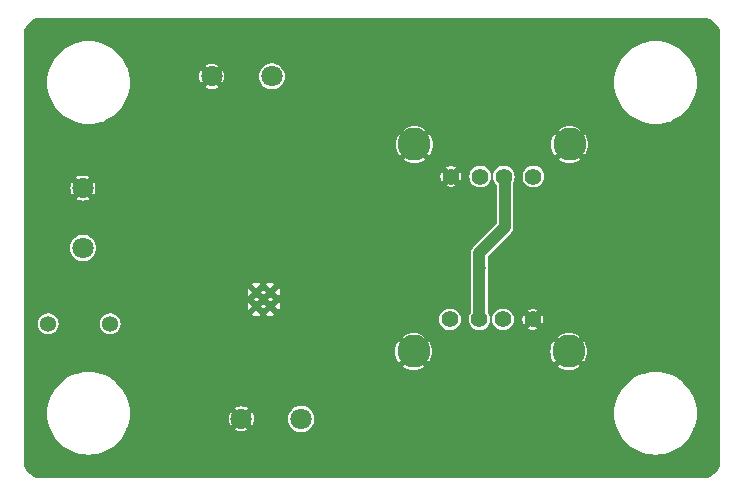
<source format=gbl>
G04 #@! TF.GenerationSoftware,KiCad,Pcbnew,8.0.6*
G04 #@! TF.CreationDate,2025-03-29T16:44:26-07:00*
G04 #@! TF.ProjectId,RCA Radio Telescope,52434120-5261-4646-996f-2054656c6573,2.2*
G04 #@! TF.SameCoordinates,Original*
G04 #@! TF.FileFunction,Copper,L2,Bot*
G04 #@! TF.FilePolarity,Positive*
%FSLAX46Y46*%
G04 Gerber Fmt 4.6, Leading zero omitted, Abs format (unit mm)*
G04 Created by KiCad (PCBNEW 8.0.6) date 2025-03-29 16:44:26*
%MOMM*%
%LPD*%
G01*
G04 APERTURE LIST*
G04 #@! TA.AperFunction,ComponentPad*
%ADD10C,1.422400*%
G04 #@! TD*
G04 #@! TA.AperFunction,ComponentPad*
%ADD11C,2.800000*%
G04 #@! TD*
G04 #@! TA.AperFunction,ComponentPad*
%ADD12C,1.360000*%
G04 #@! TD*
G04 #@! TA.AperFunction,ComponentPad*
%ADD13C,1.803400*%
G04 #@! TD*
G04 #@! TA.AperFunction,ComponentPad*
%ADD14C,0.600000*%
G04 #@! TD*
G04 #@! TA.AperFunction,SMDPad,CuDef*
%ADD15C,1.000000*%
G04 #@! TD*
G04 #@! TA.AperFunction,ViaPad*
%ADD16C,0.600000*%
G04 #@! TD*
G04 #@! TA.AperFunction,Conductor*
%ADD17C,1.000000*%
G04 #@! TD*
G04 APERTURE END LIST*
D10*
X57657501Y-27949400D03*
X55157501Y-27949400D03*
X53157500Y-27949400D03*
D11*
X60727500Y-25239400D03*
D10*
X50657500Y-27949400D03*
D11*
X47587501Y-25239400D03*
D12*
X16575000Y-40415000D03*
X21825000Y-40415000D03*
D13*
X19525000Y-34006600D03*
X19525000Y-28926600D03*
X38006600Y-48475001D03*
X32926600Y-48475001D03*
D10*
X50592500Y-40050600D03*
X53092500Y-40050600D03*
X55092501Y-40050600D03*
D11*
X47522501Y-42760600D03*
D10*
X57592501Y-40050600D03*
D11*
X60662500Y-42760600D03*
D14*
X34210001Y-38939998D03*
X34210001Y-37760001D03*
X35389998Y-37760001D03*
X35389998Y-38939998D03*
X34799999Y-38350000D03*
D13*
X35506600Y-19475001D03*
X30426600Y-19475001D03*
D15*
X53100000Y-35700000D03*
D16*
X72250000Y-37000000D03*
X45800000Y-29400000D03*
X54500000Y-42000000D03*
X34600000Y-42200000D03*
X53500000Y-21000000D03*
X39200000Y-28500000D03*
X64000000Y-28000000D03*
X38000000Y-41000000D03*
X31800000Y-44800000D03*
X41600000Y-20400000D03*
X52000000Y-41500000D03*
X17600000Y-32800000D03*
X45800000Y-27000000D03*
X51400000Y-17000000D03*
X26500000Y-25000000D03*
X36200000Y-40400000D03*
X34800000Y-31800000D03*
X40500000Y-34350000D03*
X39800000Y-44900000D03*
X15200000Y-39600000D03*
X23000000Y-25300000D03*
X41200000Y-42800000D03*
X42400000Y-42800000D03*
X34600000Y-21200000D03*
X73000000Y-37000000D03*
X17000000Y-34000000D03*
X45200000Y-24000000D03*
X35000000Y-45000000D03*
X34600000Y-29800000D03*
X50600000Y-37200000D03*
X17600000Y-36200000D03*
X56000000Y-41500000D03*
X40000000Y-50000000D03*
X44800000Y-46800000D03*
X27000000Y-51000000D03*
X50200000Y-32000000D03*
X26400000Y-32600000D03*
X36000000Y-26800000D03*
X26500000Y-28600000D03*
X36600000Y-28800000D03*
X55800000Y-17000000D03*
X43000000Y-48800000D03*
X25000000Y-44800000D03*
X23500000Y-43000000D03*
X21400000Y-36200000D03*
X45700000Y-43900000D03*
X30500000Y-40900000D03*
X52000000Y-43400000D03*
X33500000Y-22000000D03*
X47600000Y-39600000D03*
X46100000Y-41100000D03*
X20600000Y-38400000D03*
X24500000Y-35900000D03*
X29800000Y-30000000D03*
X36200000Y-48000000D03*
X70800000Y-28600000D03*
X34800000Y-33000000D03*
X41400000Y-46200000D03*
X43200000Y-29200000D03*
X51000000Y-31000000D03*
X52000000Y-26600000D03*
X36200000Y-17600000D03*
X57600000Y-41800000D03*
X33000000Y-51000000D03*
X39300000Y-27000000D03*
X56500000Y-28700000D03*
X28500000Y-27000000D03*
X16600000Y-38400000D03*
X59500000Y-31000000D03*
X54600000Y-26200000D03*
X45800000Y-28200000D03*
X57000000Y-33800000D03*
X38700000Y-44900000D03*
X57500000Y-51000000D03*
X33000000Y-41600000D03*
X43700000Y-42800000D03*
X38800000Y-22900000D03*
X44750000Y-51150000D03*
X38400000Y-42800000D03*
X57000000Y-38000000D03*
X44900000Y-34450000D03*
X40800000Y-19600000D03*
X45600000Y-45800000D03*
X37000000Y-41400000D03*
X22500000Y-29000000D03*
X38200000Y-35000000D03*
X22000000Y-34000000D03*
X45000000Y-16800000D03*
X15200000Y-41400000D03*
X66500000Y-35250000D03*
X44000000Y-47800000D03*
X62500000Y-35000000D03*
X36800000Y-44600000D03*
X29500000Y-35300000D03*
X45600000Y-31800000D03*
X42000000Y-49800000D03*
X26000000Y-43000000D03*
X23000000Y-38000000D03*
X26500000Y-46700000D03*
X57000000Y-32000000D03*
X18600000Y-32000000D03*
X68800000Y-31200000D03*
X43500000Y-44400000D03*
X30500000Y-22000000D03*
X45600000Y-32600000D03*
X44000000Y-20000000D03*
X34200000Y-26600000D03*
X49500000Y-21000000D03*
X59400000Y-35300000D03*
X40000000Y-46800000D03*
X42200000Y-24000000D03*
X70000000Y-39800000D03*
X51800000Y-28600000D03*
X41500000Y-16800000D03*
X37400000Y-50200000D03*
X39000000Y-34287500D03*
X50200000Y-35200000D03*
X43200000Y-27200000D03*
X23200000Y-42200000D03*
X67500000Y-32000000D03*
X38600000Y-46600000D03*
X24700000Y-46400000D03*
X56000000Y-43400000D03*
X31600000Y-24800000D03*
X38800000Y-22100000D03*
X30500000Y-17000000D03*
X35600000Y-30600000D03*
X59500000Y-37000000D03*
X56400000Y-26600000D03*
X18000000Y-41600000D03*
X31000000Y-42000000D03*
X48000000Y-44750000D03*
X20400000Y-32000000D03*
X30800000Y-26800000D03*
X57000000Y-30000000D03*
X19800000Y-39400000D03*
X51800000Y-35200000D03*
X62300000Y-30700000D03*
X28600000Y-28400000D03*
X38600000Y-50200000D03*
X32000000Y-26200000D03*
X57500000Y-46000000D03*
X32000000Y-31000000D03*
X29200000Y-47200000D03*
X26400000Y-30600000D03*
X36200000Y-49200000D03*
X34800000Y-34600000D03*
X26500000Y-22000000D03*
X19800000Y-41800000D03*
X37000000Y-18400000D03*
X53500000Y-26200000D03*
X21400000Y-32800000D03*
X32200000Y-33800000D03*
X30800000Y-45000000D03*
X21000000Y-37400000D03*
X35100000Y-26800000D03*
X26100000Y-47200000D03*
X38900000Y-29600000D03*
X42200000Y-21400000D03*
X43200000Y-30200000D03*
X34800000Y-36100000D03*
X72500000Y-42000000D03*
X67500000Y-31300000D03*
X26500000Y-17000000D03*
X34500000Y-17600000D03*
X35200000Y-24200000D03*
X65000000Y-39800000D03*
X33200000Y-42800000D03*
X27600000Y-43000000D03*
X38700000Y-21100000D03*
X66500000Y-36250000D03*
X58500000Y-38000000D03*
X49000000Y-39600000D03*
X33000000Y-29600000D03*
X37400000Y-46600000D03*
X36400000Y-24200000D03*
X62500000Y-23000000D03*
X62500000Y-51000000D03*
X42200000Y-22500000D03*
X70500000Y-37000000D03*
X66500000Y-42200000D03*
X67500000Y-37000000D03*
X17600000Y-35200000D03*
X25000000Y-44000000D03*
X37600000Y-24200000D03*
X51000000Y-30000000D03*
X65500000Y-33250000D03*
X51600000Y-38200000D03*
X62500000Y-46000000D03*
X43200000Y-28200000D03*
X38200000Y-35900000D03*
X32500000Y-36500000D03*
X16500000Y-29000000D03*
X47400000Y-51100000D03*
X57400000Y-21000000D03*
X69500000Y-37000000D03*
X30800000Y-46100000D03*
X43200000Y-24000000D03*
X21400000Y-35200000D03*
X53500000Y-42000000D03*
X51800000Y-32000000D03*
X38100000Y-30500000D03*
X40000000Y-18800000D03*
X44200000Y-26800000D03*
X37400000Y-20700000D03*
X34200000Y-27800000D03*
X44200000Y-22800000D03*
X16600000Y-42400000D03*
X65500000Y-34250000D03*
X50500000Y-46000000D03*
X36400000Y-21200000D03*
X57000000Y-36000000D03*
X31600000Y-29400000D03*
X17600000Y-37400000D03*
X45300000Y-25600000D03*
X28800000Y-46700000D03*
X33200000Y-43600000D03*
X21800000Y-42200000D03*
X20200000Y-40400000D03*
X33400000Y-19500000D03*
X50500000Y-51000000D03*
X72800000Y-30200000D03*
X30100000Y-43800000D03*
X33200000Y-26200000D03*
X29100000Y-43000000D03*
X62500000Y-37000000D03*
D17*
X55250000Y-32250000D02*
X55250000Y-28041899D01*
X53092500Y-35500000D02*
X53092500Y-40050600D01*
X53092500Y-35000000D02*
X53092500Y-35500000D01*
X53092500Y-35000000D02*
X53092500Y-34407500D01*
X55250000Y-28041899D02*
X55157501Y-27949400D01*
X53092500Y-34407500D02*
X55250000Y-32250000D01*
G04 #@! TA.AperFunction,Conductor*
G36*
X72002684Y-14500692D02*
G01*
X72208039Y-14515379D01*
X72218640Y-14516902D01*
X72417213Y-14560099D01*
X72427488Y-14563116D01*
X72564283Y-14614138D01*
X72617877Y-14634128D01*
X72627636Y-14638585D01*
X72805968Y-14735961D01*
X72814995Y-14741762D01*
X72977664Y-14863535D01*
X72985772Y-14870562D01*
X73129437Y-15014227D01*
X73136464Y-15022335D01*
X73258237Y-15185004D01*
X73264038Y-15194031D01*
X73361414Y-15372363D01*
X73365871Y-15382122D01*
X73436882Y-15572508D01*
X73439902Y-15582795D01*
X73483094Y-15781343D01*
X73484620Y-15791963D01*
X73499308Y-15997315D01*
X73499500Y-16002680D01*
X73499500Y-51997319D01*
X73499308Y-52002684D01*
X73484620Y-52208036D01*
X73483094Y-52218656D01*
X73439905Y-52417196D01*
X73436882Y-52427491D01*
X73365871Y-52617877D01*
X73361414Y-52627636D01*
X73264038Y-52805968D01*
X73258237Y-52814995D01*
X73136464Y-52977664D01*
X73129437Y-52985772D01*
X72985772Y-53129437D01*
X72977664Y-53136464D01*
X72814995Y-53258237D01*
X72805968Y-53264038D01*
X72627636Y-53361414D01*
X72617877Y-53365871D01*
X72427491Y-53436882D01*
X72417200Y-53439903D01*
X72218654Y-53483094D01*
X72208036Y-53484620D01*
X72002684Y-53499308D01*
X71997319Y-53499500D01*
X16002681Y-53499500D01*
X15997316Y-53499308D01*
X15791963Y-53484620D01*
X15781347Y-53483094D01*
X15582795Y-53439902D01*
X15572508Y-53436882D01*
X15382122Y-53365871D01*
X15372363Y-53361414D01*
X15194031Y-53264038D01*
X15185004Y-53258237D01*
X15022335Y-53136464D01*
X15014227Y-53129437D01*
X14870562Y-52985772D01*
X14863535Y-52977664D01*
X14741762Y-52814995D01*
X14735961Y-52805968D01*
X14638585Y-52627636D01*
X14634128Y-52617877D01*
X14563117Y-52427491D01*
X14560099Y-52417213D01*
X14516902Y-52218640D01*
X14515379Y-52208036D01*
X14500692Y-52002684D01*
X14500500Y-51997319D01*
X14500500Y-48000000D01*
X16494696Y-48000000D01*
X16513897Y-48366403D01*
X16571293Y-48728786D01*
X16571294Y-48728788D01*
X16571295Y-48728794D01*
X16659430Y-49057716D01*
X16666260Y-49083206D01*
X16797741Y-49425730D01*
X16797742Y-49425731D01*
X16964317Y-49752651D01*
X17164149Y-50060366D01*
X17164155Y-50060375D01*
X17395047Y-50345501D01*
X17395064Y-50345520D01*
X17654479Y-50604935D01*
X17654488Y-50604943D01*
X17654494Y-50604949D01*
X17654498Y-50604952D01*
X17939624Y-50835844D01*
X17939631Y-50835849D01*
X17939634Y-50835851D01*
X18247348Y-51035682D01*
X18574268Y-51202257D01*
X18574269Y-51202258D01*
X18916793Y-51333739D01*
X18916801Y-51333742D01*
X19271206Y-51428705D01*
X19633596Y-51486102D01*
X20000000Y-51505304D01*
X20366404Y-51486102D01*
X20728794Y-51428705D01*
X21083199Y-51333742D01*
X21189364Y-51292989D01*
X21425730Y-51202258D01*
X21425731Y-51202257D01*
X21425731Y-51202256D01*
X21425736Y-51202255D01*
X21752652Y-51035682D01*
X22060366Y-50835851D01*
X22345506Y-50604949D01*
X22604949Y-50345506D01*
X22835851Y-50060366D01*
X23035682Y-49752652D01*
X23202255Y-49425736D01*
X23202257Y-49425731D01*
X23202258Y-49425730D01*
X23292989Y-49189364D01*
X23333742Y-49083199D01*
X23428705Y-48728794D01*
X23468902Y-48475001D01*
X31867400Y-48475001D01*
X31887751Y-48681637D01*
X31948027Y-48880340D01*
X32024547Y-49023499D01*
X32327318Y-48720728D01*
X32352616Y-48781802D01*
X32423499Y-48887886D01*
X32513715Y-48978102D01*
X32619799Y-49048985D01*
X32680870Y-49074281D01*
X32378100Y-49377052D01*
X32521261Y-49453573D01*
X32719965Y-49513849D01*
X32719961Y-49513849D01*
X32926600Y-49534200D01*
X33133236Y-49513849D01*
X33331943Y-49453571D01*
X33475097Y-49377053D01*
X33475098Y-49377052D01*
X33172328Y-49074282D01*
X33233401Y-49048985D01*
X33339485Y-48978102D01*
X33429701Y-48887886D01*
X33500584Y-48781802D01*
X33525881Y-48720729D01*
X33828651Y-49023499D01*
X33828652Y-49023498D01*
X33905170Y-48880344D01*
X33965448Y-48681637D01*
X33985799Y-48475001D01*
X33985799Y-48474998D01*
X36899678Y-48474998D01*
X36899678Y-48475003D01*
X36918525Y-48678401D01*
X36974424Y-48874865D01*
X36974426Y-48874868D01*
X37065473Y-49057716D01*
X37188571Y-49220726D01*
X37188574Y-49220729D01*
X37339527Y-49358342D01*
X37339529Y-49358343D01*
X37339530Y-49358344D01*
X37369746Y-49377053D01*
X37513198Y-49465875D01*
X37513200Y-49465875D01*
X37513202Y-49465877D01*
X37703676Y-49539667D01*
X37904466Y-49577201D01*
X37904471Y-49577201D01*
X38108729Y-49577201D01*
X38108734Y-49577201D01*
X38309524Y-49539667D01*
X38499998Y-49465877D01*
X38673670Y-49358344D01*
X38824625Y-49220730D01*
X38947724Y-49057720D01*
X39038774Y-48874867D01*
X39051952Y-48828554D01*
X39094674Y-48678401D01*
X39094674Y-48678400D01*
X39094675Y-48678397D01*
X39113522Y-48475001D01*
X39094675Y-48271605D01*
X39093753Y-48268364D01*
X39038775Y-48075136D01*
X39038773Y-48075133D01*
X39001361Y-48000000D01*
X64494696Y-48000000D01*
X64513897Y-48366403D01*
X64571293Y-48728786D01*
X64571294Y-48728788D01*
X64571295Y-48728794D01*
X64659430Y-49057716D01*
X64666260Y-49083206D01*
X64797741Y-49425730D01*
X64797742Y-49425731D01*
X64964317Y-49752651D01*
X65164149Y-50060366D01*
X65164155Y-50060375D01*
X65395047Y-50345501D01*
X65395064Y-50345520D01*
X65654479Y-50604935D01*
X65654488Y-50604943D01*
X65654494Y-50604949D01*
X65654498Y-50604952D01*
X65939624Y-50835844D01*
X65939631Y-50835849D01*
X65939634Y-50835851D01*
X66247348Y-51035682D01*
X66574268Y-51202257D01*
X66574269Y-51202258D01*
X66916793Y-51333739D01*
X66916801Y-51333742D01*
X67271206Y-51428705D01*
X67633596Y-51486102D01*
X68000000Y-51505304D01*
X68366404Y-51486102D01*
X68728794Y-51428705D01*
X69083199Y-51333742D01*
X69189364Y-51292989D01*
X69425730Y-51202258D01*
X69425731Y-51202257D01*
X69425731Y-51202256D01*
X69425736Y-51202255D01*
X69752652Y-51035682D01*
X70060366Y-50835851D01*
X70345506Y-50604949D01*
X70604949Y-50345506D01*
X70835851Y-50060366D01*
X71035682Y-49752652D01*
X71202255Y-49425736D01*
X71202257Y-49425731D01*
X71202258Y-49425730D01*
X71292989Y-49189364D01*
X71333742Y-49083199D01*
X71428705Y-48728794D01*
X71486102Y-48366404D01*
X71505304Y-48000000D01*
X71486102Y-47633596D01*
X71428705Y-47271206D01*
X71333742Y-46916801D01*
X71333739Y-46916793D01*
X71202258Y-46574269D01*
X71202257Y-46574268D01*
X71035682Y-46247348D01*
X70835850Y-45939633D01*
X70835844Y-45939624D01*
X70604952Y-45654498D01*
X70604949Y-45654494D01*
X70604943Y-45654488D01*
X70604935Y-45654479D01*
X70345520Y-45395064D01*
X70345510Y-45395055D01*
X70345506Y-45395051D01*
X70335067Y-45386598D01*
X70060375Y-45164155D01*
X70060366Y-45164149D01*
X69752651Y-44964317D01*
X69425731Y-44797742D01*
X69425730Y-44797741D01*
X69083206Y-44666260D01*
X69083199Y-44666258D01*
X68728794Y-44571295D01*
X68728788Y-44571294D01*
X68728786Y-44571293D01*
X68366403Y-44513897D01*
X68000000Y-44494696D01*
X67633596Y-44513897D01*
X67271213Y-44571293D01*
X67271211Y-44571294D01*
X67271209Y-44571294D01*
X67271206Y-44571295D01*
X67022089Y-44638045D01*
X66916793Y-44666260D01*
X66574269Y-44797741D01*
X66574268Y-44797742D01*
X66247348Y-44964317D01*
X65939633Y-45164149D01*
X65939624Y-45164155D01*
X65654498Y-45395047D01*
X65654479Y-45395064D01*
X65395064Y-45654479D01*
X65395047Y-45654498D01*
X65164155Y-45939624D01*
X65164149Y-45939633D01*
X64964317Y-46247348D01*
X64797742Y-46574268D01*
X64797741Y-46574269D01*
X64666260Y-46916793D01*
X64571294Y-47271211D01*
X64571293Y-47271213D01*
X64513897Y-47633596D01*
X64494696Y-48000000D01*
X39001361Y-48000000D01*
X38947726Y-47892285D01*
X38824628Y-47729275D01*
X38824625Y-47729272D01*
X38673672Y-47591659D01*
X38500001Y-47484126D01*
X38309525Y-47410335D01*
X38276059Y-47404079D01*
X38108734Y-47372801D01*
X37904466Y-47372801D01*
X37770606Y-47397823D01*
X37703674Y-47410335D01*
X37513199Y-47484126D01*
X37513198Y-47484126D01*
X37339527Y-47591659D01*
X37188574Y-47729272D01*
X37188571Y-47729275D01*
X37065473Y-47892285D01*
X36974426Y-48075133D01*
X36974424Y-48075136D01*
X36918525Y-48271600D01*
X36899678Y-48474998D01*
X33985799Y-48474998D01*
X33965448Y-48268364D01*
X33905172Y-48069662D01*
X33828651Y-47926501D01*
X33525880Y-48229271D01*
X33500584Y-48168200D01*
X33429701Y-48062116D01*
X33339485Y-47971900D01*
X33233401Y-47901017D01*
X33172327Y-47875719D01*
X33475098Y-47572948D01*
X33331939Y-47496428D01*
X33133234Y-47436152D01*
X33133238Y-47436152D01*
X32926600Y-47415801D01*
X32719963Y-47436152D01*
X32521260Y-47496428D01*
X32378100Y-47572948D01*
X32680871Y-47875719D01*
X32619799Y-47901017D01*
X32513715Y-47971900D01*
X32423499Y-48062116D01*
X32352616Y-48168200D01*
X32327318Y-48229272D01*
X32024547Y-47926501D01*
X31948027Y-48069661D01*
X31887751Y-48268364D01*
X31867400Y-48475001D01*
X23468902Y-48475001D01*
X23486102Y-48366404D01*
X23505304Y-48000000D01*
X23486102Y-47633596D01*
X23428705Y-47271206D01*
X23333742Y-46916801D01*
X23333739Y-46916793D01*
X23202258Y-46574269D01*
X23202257Y-46574268D01*
X23035682Y-46247348D01*
X22835850Y-45939633D01*
X22835844Y-45939624D01*
X22604952Y-45654498D01*
X22604949Y-45654494D01*
X22604943Y-45654488D01*
X22604935Y-45654479D01*
X22345520Y-45395064D01*
X22345510Y-45395055D01*
X22345506Y-45395051D01*
X22335067Y-45386598D01*
X22060375Y-45164155D01*
X22060366Y-45164149D01*
X21752651Y-44964317D01*
X21425731Y-44797742D01*
X21425730Y-44797741D01*
X21083206Y-44666260D01*
X21083199Y-44666258D01*
X20728794Y-44571295D01*
X20728788Y-44571294D01*
X20728786Y-44571293D01*
X20366403Y-44513897D01*
X20000000Y-44494696D01*
X19633596Y-44513897D01*
X19271213Y-44571293D01*
X19271211Y-44571294D01*
X19271209Y-44571294D01*
X19271206Y-44571295D01*
X19022089Y-44638045D01*
X18916793Y-44666260D01*
X18574269Y-44797741D01*
X18574268Y-44797742D01*
X18247348Y-44964317D01*
X17939633Y-45164149D01*
X17939624Y-45164155D01*
X17654498Y-45395047D01*
X17654479Y-45395064D01*
X17395064Y-45654479D01*
X17395047Y-45654498D01*
X17164155Y-45939624D01*
X17164149Y-45939633D01*
X16964317Y-46247348D01*
X16797742Y-46574268D01*
X16797741Y-46574269D01*
X16666260Y-46916793D01*
X16571294Y-47271211D01*
X16571293Y-47271213D01*
X16513897Y-47633596D01*
X16494696Y-48000000D01*
X14500500Y-48000000D01*
X14500500Y-42760597D01*
X45965301Y-42760597D01*
X45965301Y-42760602D01*
X45984472Y-43004197D01*
X45984474Y-43004207D01*
X46041514Y-43241792D01*
X46041517Y-43241803D01*
X46135026Y-43467553D01*
X46259260Y-43670286D01*
X46546332Y-43383214D01*
X46640982Y-43513488D01*
X46769613Y-43642119D01*
X46899884Y-43736767D01*
X46612813Y-44023839D01*
X46815549Y-44148075D01*
X47041297Y-44241583D01*
X47041308Y-44241586D01*
X47278893Y-44298626D01*
X47278903Y-44298628D01*
X47522498Y-44317800D01*
X47522504Y-44317800D01*
X47766098Y-44298628D01*
X47766108Y-44298626D01*
X48003693Y-44241586D01*
X48003704Y-44241583D01*
X48229454Y-44148075D01*
X48229461Y-44148071D01*
X48432186Y-44023840D01*
X48432187Y-44023839D01*
X48145116Y-43736768D01*
X48275389Y-43642119D01*
X48404020Y-43513488D01*
X48498669Y-43383215D01*
X48785740Y-43670286D01*
X48785741Y-43670285D01*
X48909972Y-43467560D01*
X48909976Y-43467553D01*
X49003484Y-43241803D01*
X49003487Y-43241792D01*
X49060527Y-43004207D01*
X49060529Y-43004197D01*
X49079701Y-42760602D01*
X49079701Y-42760597D01*
X59105300Y-42760597D01*
X59105300Y-42760602D01*
X59124471Y-43004197D01*
X59124473Y-43004207D01*
X59181513Y-43241792D01*
X59181516Y-43241803D01*
X59275025Y-43467553D01*
X59399259Y-43670286D01*
X59686331Y-43383214D01*
X59780981Y-43513488D01*
X59909612Y-43642119D01*
X60039883Y-43736767D01*
X59752812Y-44023839D01*
X59955548Y-44148075D01*
X60181296Y-44241583D01*
X60181307Y-44241586D01*
X60418892Y-44298626D01*
X60418902Y-44298628D01*
X60662497Y-44317800D01*
X60662503Y-44317800D01*
X60906097Y-44298628D01*
X60906107Y-44298626D01*
X61143692Y-44241586D01*
X61143703Y-44241583D01*
X61369453Y-44148075D01*
X61369460Y-44148071D01*
X61572185Y-44023840D01*
X61572186Y-44023839D01*
X61285115Y-43736768D01*
X61415388Y-43642119D01*
X61544019Y-43513488D01*
X61638668Y-43383215D01*
X61925739Y-43670286D01*
X61925740Y-43670285D01*
X62049971Y-43467560D01*
X62049975Y-43467553D01*
X62143483Y-43241803D01*
X62143486Y-43241792D01*
X62200526Y-43004207D01*
X62200528Y-43004197D01*
X62219700Y-42760602D01*
X62219700Y-42760597D01*
X62200528Y-42517002D01*
X62200526Y-42516992D01*
X62143486Y-42279407D01*
X62143483Y-42279396D01*
X62049975Y-42053648D01*
X61925739Y-41850912D01*
X61638667Y-42137983D01*
X61544019Y-42007712D01*
X61415388Y-41879081D01*
X61285114Y-41784431D01*
X61572186Y-41497359D01*
X61369453Y-41373125D01*
X61143703Y-41279616D01*
X61143692Y-41279613D01*
X60906107Y-41222573D01*
X60906097Y-41222571D01*
X60662503Y-41203400D01*
X60662497Y-41203400D01*
X60418902Y-41222571D01*
X60418892Y-41222573D01*
X60181307Y-41279613D01*
X60181296Y-41279616D01*
X59955546Y-41373125D01*
X59752812Y-41497359D01*
X60039884Y-41784431D01*
X59909612Y-41879081D01*
X59780981Y-42007712D01*
X59686331Y-42137984D01*
X59399259Y-41850912D01*
X59275025Y-42053646D01*
X59181516Y-42279396D01*
X59181513Y-42279407D01*
X59124473Y-42516992D01*
X59124471Y-42517002D01*
X59105300Y-42760597D01*
X49079701Y-42760597D01*
X49060529Y-42517002D01*
X49060527Y-42516992D01*
X49003487Y-42279407D01*
X49003484Y-42279396D01*
X48909976Y-42053648D01*
X48785740Y-41850912D01*
X48498668Y-42137983D01*
X48404020Y-42007712D01*
X48275389Y-41879081D01*
X48145115Y-41784431D01*
X48432187Y-41497359D01*
X48229454Y-41373125D01*
X48003704Y-41279616D01*
X48003693Y-41279613D01*
X47766108Y-41222573D01*
X47766098Y-41222571D01*
X47522504Y-41203400D01*
X47522498Y-41203400D01*
X47278903Y-41222571D01*
X47278893Y-41222573D01*
X47041308Y-41279613D01*
X47041297Y-41279616D01*
X46815547Y-41373125D01*
X46612813Y-41497359D01*
X46899885Y-41784431D01*
X46769613Y-41879081D01*
X46640982Y-42007712D01*
X46546332Y-42137984D01*
X46259260Y-41850912D01*
X46135026Y-42053646D01*
X46041517Y-42279396D01*
X46041514Y-42279407D01*
X45984474Y-42516992D01*
X45984472Y-42517002D01*
X45965301Y-42760597D01*
X14500500Y-42760597D01*
X14500500Y-40414999D01*
X15689650Y-40414999D01*
X15694088Y-40457224D01*
X15694500Y-40465085D01*
X15694500Y-40501724D01*
X15702870Y-40543804D01*
X15703903Y-40550613D01*
X15708997Y-40599075D01*
X15720178Y-40633490D01*
X15722413Y-40642053D01*
X15728338Y-40671835D01*
X15747156Y-40717267D01*
X15749199Y-40722805D01*
X15766193Y-40775105D01*
X15781144Y-40801002D01*
X15785494Y-40809822D01*
X15794710Y-40832072D01*
X15825510Y-40878168D01*
X15828108Y-40882346D01*
X15858732Y-40935389D01*
X15858734Y-40935392D01*
X15858737Y-40935396D01*
X15874539Y-40952946D01*
X15874541Y-40952948D01*
X15881180Y-40961484D01*
X15891071Y-40976286D01*
X15891076Y-40976291D01*
X15934688Y-41019903D01*
X15937381Y-41022739D01*
X15982585Y-41072943D01*
X15996599Y-41083125D01*
X15996604Y-41083128D01*
X16005577Y-41090793D01*
X16013707Y-41098923D01*
X16013711Y-41098926D01*
X16013714Y-41098929D01*
X16038668Y-41115603D01*
X16070216Y-41136683D01*
X16072629Y-41138364D01*
X16132325Y-41181736D01*
X16142403Y-41186222D01*
X16153591Y-41192392D01*
X16157927Y-41195289D01*
X16226485Y-41223686D01*
X16228248Y-41224443D01*
X16301412Y-41257018D01*
X16306033Y-41258000D01*
X16314610Y-41260663D01*
X16314633Y-41260590D01*
X16318162Y-41261660D01*
X16318168Y-41261663D01*
X16397123Y-41277368D01*
X16397984Y-41277544D01*
X16482456Y-41295500D01*
X16482458Y-41295500D01*
X16667542Y-41295500D01*
X16667544Y-41295500D01*
X16752041Y-41277539D01*
X16752873Y-41277368D01*
X16831832Y-41261663D01*
X16831835Y-41261661D01*
X16835370Y-41260590D01*
X16835392Y-41260663D01*
X16843969Y-41258000D01*
X16846005Y-41257566D01*
X16848588Y-41257018D01*
X16921791Y-41224424D01*
X16923402Y-41223732D01*
X16992073Y-41195289D01*
X16996393Y-41192402D01*
X17007595Y-41186222D01*
X17017675Y-41181736D01*
X17077389Y-41138349D01*
X17079755Y-41136700D01*
X17136286Y-41098929D01*
X17144422Y-41090792D01*
X17153394Y-41083129D01*
X17167415Y-41072943D01*
X17212610Y-41022747D01*
X17215282Y-41019931D01*
X17258929Y-40976286D01*
X17268820Y-40961481D01*
X17275449Y-40952957D01*
X17291263Y-40935396D01*
X17321904Y-40882322D01*
X17324474Y-40878189D01*
X17355289Y-40832073D01*
X17364507Y-40809817D01*
X17368855Y-40801001D01*
X17383807Y-40775104D01*
X17400802Y-40722798D01*
X17402841Y-40717273D01*
X17421661Y-40671838D01*
X17421661Y-40671836D01*
X17421663Y-40671832D01*
X17427589Y-40642037D01*
X17429815Y-40633503D01*
X17441003Y-40599075D01*
X17446096Y-40550613D01*
X17447128Y-40543805D01*
X17447129Y-40543804D01*
X17455500Y-40501722D01*
X17455500Y-40465085D01*
X17455912Y-40457224D01*
X17460350Y-40414999D01*
X20939650Y-40414999D01*
X20944088Y-40457224D01*
X20944500Y-40465085D01*
X20944500Y-40501724D01*
X20952870Y-40543804D01*
X20953903Y-40550613D01*
X20958997Y-40599075D01*
X20970178Y-40633490D01*
X20972413Y-40642053D01*
X20978338Y-40671835D01*
X20997156Y-40717267D01*
X20999199Y-40722805D01*
X21016193Y-40775105D01*
X21031144Y-40801002D01*
X21035494Y-40809822D01*
X21044710Y-40832072D01*
X21075510Y-40878168D01*
X21078108Y-40882346D01*
X21108732Y-40935389D01*
X21108734Y-40935392D01*
X21108737Y-40935396D01*
X21124539Y-40952946D01*
X21124541Y-40952948D01*
X21131180Y-40961484D01*
X21141071Y-40976286D01*
X21141076Y-40976291D01*
X21184688Y-41019903D01*
X21187381Y-41022739D01*
X21232585Y-41072943D01*
X21246599Y-41083125D01*
X21246604Y-41083128D01*
X21255577Y-41090793D01*
X21263707Y-41098923D01*
X21263711Y-41098926D01*
X21263714Y-41098929D01*
X21288668Y-41115603D01*
X21320216Y-41136683D01*
X21322629Y-41138364D01*
X21382325Y-41181736D01*
X21392403Y-41186222D01*
X21403591Y-41192392D01*
X21407927Y-41195289D01*
X21476485Y-41223686D01*
X21478248Y-41224443D01*
X21551412Y-41257018D01*
X21556033Y-41258000D01*
X21564610Y-41260663D01*
X21564633Y-41260590D01*
X21568162Y-41261660D01*
X21568168Y-41261663D01*
X21647123Y-41277368D01*
X21647984Y-41277544D01*
X21732456Y-41295500D01*
X21732458Y-41295500D01*
X21917542Y-41295500D01*
X21917544Y-41295500D01*
X22002041Y-41277539D01*
X22002873Y-41277368D01*
X22081832Y-41261663D01*
X22081835Y-41261661D01*
X22085370Y-41260590D01*
X22085392Y-41260663D01*
X22093969Y-41258000D01*
X22096005Y-41257566D01*
X22098588Y-41257018D01*
X22171791Y-41224424D01*
X22173402Y-41223732D01*
X22242073Y-41195289D01*
X22246393Y-41192402D01*
X22257595Y-41186222D01*
X22267675Y-41181736D01*
X22327389Y-41138349D01*
X22329755Y-41136700D01*
X22386286Y-41098929D01*
X22394422Y-41090792D01*
X22403394Y-41083129D01*
X22417415Y-41072943D01*
X22462610Y-41022747D01*
X22465282Y-41019931D01*
X22508929Y-40976286D01*
X22518820Y-40961481D01*
X22525449Y-40952957D01*
X22541263Y-40935396D01*
X22571904Y-40882322D01*
X22574474Y-40878189D01*
X22605289Y-40832073D01*
X22614507Y-40809817D01*
X22618855Y-40801001D01*
X22633807Y-40775104D01*
X22650802Y-40722798D01*
X22652841Y-40717273D01*
X22671661Y-40671838D01*
X22671661Y-40671836D01*
X22671663Y-40671832D01*
X22677589Y-40642037D01*
X22679815Y-40633503D01*
X22691003Y-40599075D01*
X22696096Y-40550613D01*
X22697128Y-40543805D01*
X22697129Y-40543804D01*
X22705500Y-40501722D01*
X22705500Y-40465085D01*
X22705912Y-40457224D01*
X22710350Y-40414999D01*
X22705912Y-40372774D01*
X22705500Y-40364914D01*
X22705500Y-40328277D01*
X22697128Y-40286192D01*
X22696095Y-40279380D01*
X22691003Y-40230929D01*
X22691003Y-40230928D01*
X22691003Y-40230925D01*
X22679818Y-40196504D01*
X22677585Y-40187943D01*
X22671663Y-40158169D01*
X22671663Y-40158168D01*
X22652839Y-40112723D01*
X22650801Y-40107200D01*
X22633807Y-40054896D01*
X22631327Y-40050600D01*
X49675778Y-40050600D01*
X49695810Y-40241193D01*
X49695810Y-40241195D01*
X49695811Y-40241197D01*
X49752754Y-40416451D01*
X49755034Y-40423466D01*
X49850855Y-40589436D01*
X49979094Y-40731858D01*
X49979095Y-40731859D01*
X50117028Y-40832073D01*
X50134139Y-40844505D01*
X50309217Y-40922454D01*
X50496676Y-40962300D01*
X50496678Y-40962300D01*
X50688322Y-40962300D01*
X50688324Y-40962300D01*
X50875783Y-40922454D01*
X51050861Y-40844505D01*
X51205907Y-40731857D01*
X51334144Y-40589436D01*
X51429967Y-40423464D01*
X51489189Y-40241197D01*
X51509222Y-40050600D01*
X52175778Y-40050600D01*
X52195810Y-40241193D01*
X52195810Y-40241195D01*
X52195811Y-40241197D01*
X52252754Y-40416451D01*
X52255034Y-40423466D01*
X52350855Y-40589436D01*
X52479094Y-40731858D01*
X52479095Y-40731859D01*
X52617028Y-40832073D01*
X52634139Y-40844505D01*
X52809217Y-40922454D01*
X52996676Y-40962300D01*
X52996678Y-40962300D01*
X53188322Y-40962300D01*
X53188324Y-40962300D01*
X53375783Y-40922454D01*
X53550861Y-40844505D01*
X53705907Y-40731857D01*
X53834144Y-40589436D01*
X53929967Y-40423464D01*
X53989189Y-40241197D01*
X54009222Y-40050600D01*
X54175779Y-40050600D01*
X54195811Y-40241193D01*
X54195811Y-40241195D01*
X54195812Y-40241197D01*
X54252755Y-40416451D01*
X54255035Y-40423466D01*
X54350856Y-40589436D01*
X54479095Y-40731858D01*
X54479096Y-40731859D01*
X54617029Y-40832073D01*
X54634140Y-40844505D01*
X54809218Y-40922454D01*
X54996677Y-40962300D01*
X54996679Y-40962300D01*
X55188323Y-40962300D01*
X55188325Y-40962300D01*
X55375784Y-40922454D01*
X55550862Y-40844505D01*
X55705908Y-40731857D01*
X55834145Y-40589436D01*
X55929968Y-40423464D01*
X55989190Y-40241197D01*
X56009223Y-40050600D01*
X56724144Y-40050600D01*
X56743119Y-40231138D01*
X56799217Y-40403793D01*
X56830890Y-40458654D01*
X57144483Y-40145061D01*
X57166459Y-40227073D01*
X57226650Y-40331327D01*
X57311774Y-40416451D01*
X57416028Y-40476642D01*
X57498036Y-40498616D01*
X57183032Y-40813620D01*
X57324162Y-40876456D01*
X57501735Y-40914200D01*
X57683267Y-40914200D01*
X57860843Y-40876455D01*
X58001967Y-40813621D01*
X58001968Y-40813620D01*
X57686965Y-40498616D01*
X57768974Y-40476642D01*
X57873228Y-40416451D01*
X57958352Y-40331327D01*
X58018543Y-40227073D01*
X58040517Y-40145063D01*
X58354108Y-40458654D01*
X58354110Y-40458654D01*
X58385783Y-40403795D01*
X58441882Y-40231138D01*
X58460857Y-40050600D01*
X58441882Y-39870061D01*
X58385783Y-39697404D01*
X58354110Y-39642544D01*
X58354108Y-39642544D01*
X58040517Y-39956135D01*
X58018543Y-39874127D01*
X57958352Y-39769873D01*
X57873228Y-39684749D01*
X57768974Y-39624558D01*
X57686964Y-39602583D01*
X58001968Y-39287578D01*
X57860839Y-39224743D01*
X57683267Y-39187000D01*
X57501735Y-39187000D01*
X57324162Y-39224743D01*
X57183032Y-39287578D01*
X57498037Y-39602583D01*
X57416028Y-39624558D01*
X57311774Y-39684749D01*
X57226650Y-39769873D01*
X57166459Y-39874127D01*
X57144484Y-39956136D01*
X56830891Y-39642544D01*
X56830890Y-39642544D01*
X56799217Y-39697407D01*
X56743119Y-39870061D01*
X56724144Y-40050600D01*
X56009223Y-40050600D01*
X55989190Y-39860003D01*
X55929968Y-39677736D01*
X55869489Y-39572982D01*
X55834145Y-39511763D01*
X55705906Y-39369341D01*
X55705905Y-39369340D01*
X55550861Y-39256694D01*
X55375787Y-39178747D01*
X55375785Y-39178746D01*
X55375784Y-39178746D01*
X55188325Y-39138900D01*
X54996677Y-39138900D01*
X54809218Y-39178746D01*
X54809217Y-39178746D01*
X54809214Y-39178747D01*
X54634140Y-39256694D01*
X54479096Y-39369340D01*
X54479095Y-39369341D01*
X54350856Y-39511763D01*
X54255035Y-39677733D01*
X54255034Y-39677735D01*
X54255034Y-39677736D01*
X54248643Y-39697407D01*
X54195811Y-39860006D01*
X54175779Y-40050600D01*
X54009222Y-40050600D01*
X53989189Y-39860003D01*
X53929967Y-39677736D01*
X53869488Y-39572982D01*
X53834144Y-39511763D01*
X53812316Y-39487521D01*
X53793046Y-39439827D01*
X53793000Y-39437202D01*
X53793000Y-35808690D01*
X53793548Y-35799626D01*
X53793679Y-35798540D01*
X53805645Y-35700000D01*
X53793548Y-35600373D01*
X53793000Y-35591309D01*
X53793000Y-34728805D01*
X53810593Y-34680467D01*
X53815026Y-34675631D01*
X55794109Y-32696548D01*
X55794114Y-32696543D01*
X55870775Y-32581811D01*
X55923580Y-32454328D01*
X55950500Y-32318994D01*
X55950500Y-32181006D01*
X55950500Y-28419434D01*
X55960574Y-28381835D01*
X55994968Y-28322264D01*
X56054190Y-28139997D01*
X56074223Y-27949400D01*
X56740779Y-27949400D01*
X56760811Y-28139993D01*
X56760811Y-28139995D01*
X56760812Y-28139997D01*
X56817755Y-28315251D01*
X56820035Y-28322266D01*
X56915856Y-28488236D01*
X57044095Y-28630658D01*
X57044096Y-28630659D01*
X57191388Y-28737673D01*
X57199140Y-28743305D01*
X57374218Y-28821254D01*
X57561677Y-28861100D01*
X57561679Y-28861100D01*
X57753323Y-28861100D01*
X57753325Y-28861100D01*
X57940784Y-28821254D01*
X58115862Y-28743305D01*
X58270908Y-28630657D01*
X58399145Y-28488236D01*
X58494968Y-28322264D01*
X58554190Y-28139997D01*
X58574223Y-27949400D01*
X58554190Y-27758803D01*
X58494968Y-27576536D01*
X58446277Y-27492200D01*
X58399145Y-27410563D01*
X58270906Y-27268141D01*
X58270905Y-27268140D01*
X58115861Y-27155494D01*
X57940787Y-27077547D01*
X57940785Y-27077546D01*
X57940784Y-27077546D01*
X57753325Y-27037700D01*
X57561677Y-27037700D01*
X57374218Y-27077546D01*
X57374217Y-27077546D01*
X57374214Y-27077547D01*
X57199140Y-27155494D01*
X57044096Y-27268140D01*
X57044095Y-27268141D01*
X56915856Y-27410563D01*
X56820035Y-27576533D01*
X56820034Y-27576535D01*
X56820034Y-27576536D01*
X56813643Y-27596207D01*
X56760811Y-27758806D01*
X56740779Y-27949400D01*
X56074223Y-27949400D01*
X56054190Y-27758803D01*
X55994968Y-27576536D01*
X55946277Y-27492200D01*
X55899145Y-27410563D01*
X55770906Y-27268141D01*
X55770905Y-27268140D01*
X55615861Y-27155494D01*
X55440787Y-27077547D01*
X55440785Y-27077546D01*
X55440784Y-27077546D01*
X55253325Y-27037700D01*
X55061677Y-27037700D01*
X54874218Y-27077546D01*
X54874217Y-27077546D01*
X54874214Y-27077547D01*
X54699140Y-27155494D01*
X54544096Y-27268140D01*
X54544095Y-27268141D01*
X54415856Y-27410563D01*
X54320035Y-27576533D01*
X54320034Y-27576535D01*
X54320034Y-27576536D01*
X54313643Y-27596207D01*
X54260811Y-27758806D01*
X54240779Y-27949400D01*
X54260811Y-28139993D01*
X54260811Y-28139995D01*
X54260812Y-28139997D01*
X54317755Y-28315251D01*
X54320035Y-28322266D01*
X54415856Y-28488236D01*
X54530184Y-28615208D01*
X54549454Y-28662902D01*
X54549500Y-28665527D01*
X54549500Y-31928694D01*
X54531907Y-31977032D01*
X54527474Y-31981868D01*
X52548391Y-33960950D01*
X52548387Y-33960955D01*
X52517890Y-34006599D01*
X52517889Y-34006600D01*
X52471726Y-34075686D01*
X52418921Y-34203168D01*
X52418920Y-34203170D01*
X52392000Y-34338505D01*
X52392000Y-39437202D01*
X52374407Y-39485540D01*
X52372684Y-39487521D01*
X52350855Y-39511763D01*
X52255034Y-39677733D01*
X52255033Y-39677735D01*
X52255033Y-39677736D01*
X52248642Y-39697407D01*
X52195810Y-39860006D01*
X52175778Y-40050600D01*
X51509222Y-40050600D01*
X51489189Y-39860003D01*
X51429967Y-39677736D01*
X51369488Y-39572982D01*
X51334144Y-39511763D01*
X51205905Y-39369341D01*
X51205904Y-39369340D01*
X51050860Y-39256694D01*
X50875786Y-39178747D01*
X50875784Y-39178746D01*
X50875783Y-39178746D01*
X50688324Y-39138900D01*
X50496676Y-39138900D01*
X50309217Y-39178746D01*
X50309216Y-39178746D01*
X50309213Y-39178747D01*
X50134139Y-39256694D01*
X49979095Y-39369340D01*
X49979094Y-39369341D01*
X49850855Y-39511763D01*
X49755034Y-39677733D01*
X49755033Y-39677735D01*
X49755033Y-39677736D01*
X49748642Y-39697407D01*
X49695810Y-39860006D01*
X49675778Y-40050600D01*
X22631327Y-40050600D01*
X22618852Y-40028993D01*
X22614506Y-40020179D01*
X22605289Y-39997927D01*
X22594187Y-39981312D01*
X22574484Y-39951823D01*
X22571886Y-39947644D01*
X22541269Y-39894613D01*
X22541264Y-39894606D01*
X22541263Y-39894604D01*
X22525455Y-39877047D01*
X22518814Y-39868508D01*
X22513131Y-39860003D01*
X22508929Y-39853714D01*
X22465290Y-39810075D01*
X22462599Y-39807239D01*
X22428954Y-39769873D01*
X22417415Y-39757057D01*
X22407702Y-39750000D01*
X33500000Y-39750000D01*
X36250000Y-39750000D01*
X36250000Y-37000000D01*
X33500000Y-37000000D01*
X33500000Y-39750000D01*
X22407702Y-39750000D01*
X22403390Y-39746867D01*
X22394422Y-39739207D01*
X22386286Y-39731071D01*
X22329783Y-39693316D01*
X22327377Y-39691640D01*
X22315579Y-39683068D01*
X22267675Y-39648264D01*
X22257588Y-39643773D01*
X22246404Y-39637605D01*
X22242073Y-39634711D01*
X22242071Y-39634710D01*
X22242068Y-39634708D01*
X22173508Y-39606309D01*
X22171701Y-39605533D01*
X22098588Y-39572981D01*
X22093960Y-39571998D01*
X22085395Y-39569338D01*
X22085373Y-39569411D01*
X22081834Y-39568338D01*
X22081832Y-39568337D01*
X22027523Y-39557533D01*
X22002913Y-39552638D01*
X22001951Y-39552440D01*
X21944013Y-39540126D01*
X21917544Y-39534500D01*
X21732456Y-39534500D01*
X21732454Y-39534500D01*
X21648060Y-39552437D01*
X21647100Y-39552635D01*
X21611890Y-39559639D01*
X21568168Y-39568337D01*
X21568165Y-39568338D01*
X21568161Y-39568339D01*
X21564630Y-39569410D01*
X21564608Y-39569338D01*
X21556045Y-39571997D01*
X21551412Y-39572982D01*
X21478297Y-39605533D01*
X21476491Y-39606309D01*
X21407935Y-39634707D01*
X21407924Y-39634712D01*
X21403594Y-39637606D01*
X21392411Y-39643773D01*
X21382326Y-39648263D01*
X21382324Y-39648265D01*
X21322632Y-39691632D01*
X21320212Y-39693319D01*
X21263712Y-39731072D01*
X21263704Y-39731079D01*
X21255571Y-39739211D01*
X21246607Y-39746867D01*
X21232593Y-39757049D01*
X21232585Y-39757057D01*
X21187407Y-39807230D01*
X21184700Y-39810083D01*
X21141072Y-39853712D01*
X21141067Y-39853718D01*
X21131181Y-39868513D01*
X21124544Y-39877047D01*
X21108735Y-39894605D01*
X21078103Y-39947660D01*
X21075507Y-39951835D01*
X21044710Y-39997927D01*
X21044708Y-39997931D01*
X21035489Y-40020185D01*
X21031143Y-40028999D01*
X21016194Y-40054893D01*
X20999196Y-40107203D01*
X20997153Y-40112739D01*
X20978338Y-40158164D01*
X20972413Y-40187947D01*
X20970178Y-40196509D01*
X20958998Y-40230920D01*
X20958996Y-40230928D01*
X20953903Y-40279387D01*
X20952870Y-40286196D01*
X20944500Y-40328275D01*
X20944500Y-40364914D01*
X20944088Y-40372774D01*
X20939650Y-40414999D01*
X17460350Y-40414999D01*
X17455912Y-40372774D01*
X17455500Y-40364914D01*
X17455500Y-40328277D01*
X17447128Y-40286192D01*
X17446095Y-40279380D01*
X17441003Y-40230929D01*
X17441003Y-40230928D01*
X17441003Y-40230925D01*
X17429818Y-40196504D01*
X17427585Y-40187943D01*
X17421663Y-40158169D01*
X17421663Y-40158168D01*
X17402839Y-40112723D01*
X17400801Y-40107200D01*
X17383807Y-40054896D01*
X17368852Y-40028993D01*
X17364506Y-40020179D01*
X17355289Y-39997927D01*
X17344187Y-39981312D01*
X17324484Y-39951823D01*
X17321886Y-39947644D01*
X17291269Y-39894613D01*
X17291264Y-39894606D01*
X17291263Y-39894604D01*
X17275455Y-39877047D01*
X17268814Y-39868508D01*
X17263131Y-39860003D01*
X17258929Y-39853714D01*
X17215290Y-39810075D01*
X17212599Y-39807239D01*
X17178954Y-39769873D01*
X17167415Y-39757057D01*
X17153390Y-39746867D01*
X17144422Y-39739207D01*
X17136286Y-39731071D01*
X17079783Y-39693316D01*
X17077377Y-39691640D01*
X17065579Y-39683068D01*
X17017675Y-39648264D01*
X17007588Y-39643773D01*
X16996404Y-39637605D01*
X16992073Y-39634711D01*
X16992071Y-39634710D01*
X16992068Y-39634708D01*
X16923508Y-39606309D01*
X16921701Y-39605533D01*
X16848588Y-39572981D01*
X16843960Y-39571998D01*
X16835395Y-39569338D01*
X16835373Y-39569411D01*
X16831834Y-39568338D01*
X16831832Y-39568337D01*
X16777523Y-39557533D01*
X16752913Y-39552638D01*
X16751951Y-39552440D01*
X16694013Y-39540126D01*
X16667544Y-39534500D01*
X16482456Y-39534500D01*
X16482454Y-39534500D01*
X16398060Y-39552437D01*
X16397100Y-39552635D01*
X16361890Y-39559639D01*
X16318168Y-39568337D01*
X16318165Y-39568338D01*
X16318161Y-39568339D01*
X16314630Y-39569410D01*
X16314608Y-39569338D01*
X16306045Y-39571997D01*
X16301412Y-39572982D01*
X16228297Y-39605533D01*
X16226491Y-39606309D01*
X16157935Y-39634707D01*
X16157924Y-39634712D01*
X16153594Y-39637606D01*
X16142411Y-39643773D01*
X16132326Y-39648263D01*
X16132324Y-39648265D01*
X16072632Y-39691632D01*
X16070212Y-39693319D01*
X16013712Y-39731072D01*
X16013704Y-39731079D01*
X16005571Y-39739211D01*
X15996607Y-39746867D01*
X15982593Y-39757049D01*
X15982585Y-39757057D01*
X15937407Y-39807230D01*
X15934700Y-39810083D01*
X15891072Y-39853712D01*
X15891067Y-39853718D01*
X15881181Y-39868513D01*
X15874544Y-39877047D01*
X15858735Y-39894605D01*
X15828103Y-39947660D01*
X15825507Y-39951835D01*
X15794710Y-39997927D01*
X15794708Y-39997931D01*
X15785489Y-40020185D01*
X15781143Y-40028999D01*
X15766194Y-40054893D01*
X15749196Y-40107203D01*
X15747153Y-40112739D01*
X15728338Y-40158164D01*
X15722413Y-40187947D01*
X15720178Y-40196509D01*
X15708998Y-40230920D01*
X15708996Y-40230928D01*
X15703903Y-40279387D01*
X15702870Y-40286196D01*
X15694500Y-40328275D01*
X15694500Y-40364914D01*
X15694088Y-40372774D01*
X15689650Y-40414999D01*
X14500500Y-40414999D01*
X14500500Y-34006597D01*
X18418078Y-34006597D01*
X18418078Y-34006599D01*
X18436925Y-34210000D01*
X18492824Y-34406464D01*
X18492826Y-34406467D01*
X18583873Y-34589315D01*
X18706971Y-34752325D01*
X18706974Y-34752328D01*
X18857927Y-34889941D01*
X19031598Y-34997474D01*
X19031600Y-34997474D01*
X19031602Y-34997476D01*
X19222076Y-35071266D01*
X19422866Y-35108800D01*
X19422871Y-35108800D01*
X19627129Y-35108800D01*
X19627134Y-35108800D01*
X19827924Y-35071266D01*
X20018398Y-34997476D01*
X20192070Y-34889943D01*
X20343025Y-34752329D01*
X20466124Y-34589319D01*
X20557174Y-34406466D01*
X20613075Y-34209996D01*
X20631922Y-34006600D01*
X20627692Y-33960955D01*
X20625490Y-33937193D01*
X20613075Y-33803204D01*
X20613074Y-33803199D01*
X20557175Y-33606735D01*
X20557173Y-33606732D01*
X20466126Y-33423884D01*
X20343028Y-33260874D01*
X20343025Y-33260871D01*
X20192072Y-33123258D01*
X20018401Y-33015725D01*
X19827925Y-32941934D01*
X19794459Y-32935678D01*
X19627134Y-32904400D01*
X19422866Y-32904400D01*
X19289006Y-32929422D01*
X19222074Y-32941934D01*
X19031599Y-33015725D01*
X19031598Y-33015725D01*
X18857927Y-33123258D01*
X18706974Y-33260871D01*
X18706971Y-33260874D01*
X18583873Y-33423884D01*
X18492826Y-33606732D01*
X18492824Y-33606735D01*
X18436925Y-33803199D01*
X18418078Y-34006597D01*
X14500500Y-34006597D01*
X14500500Y-28926600D01*
X18465800Y-28926600D01*
X18486151Y-29133236D01*
X18546427Y-29331939D01*
X18622947Y-29475098D01*
X18925718Y-29172327D01*
X18951016Y-29233401D01*
X19021899Y-29339485D01*
X19112115Y-29429701D01*
X19218199Y-29500584D01*
X19279270Y-29525880D01*
X18976500Y-29828651D01*
X19119661Y-29905172D01*
X19318365Y-29965448D01*
X19318361Y-29965448D01*
X19525000Y-29985799D01*
X19731636Y-29965448D01*
X19930343Y-29905170D01*
X20073497Y-29828652D01*
X20073498Y-29828651D01*
X19770728Y-29525881D01*
X19831801Y-29500584D01*
X19937885Y-29429701D01*
X20028101Y-29339485D01*
X20098984Y-29233401D01*
X20124281Y-29172328D01*
X20427051Y-29475098D01*
X20427052Y-29475097D01*
X20503570Y-29331943D01*
X20563848Y-29133236D01*
X20584199Y-28926600D01*
X20563848Y-28719963D01*
X20503572Y-28521261D01*
X20427051Y-28378100D01*
X20124280Y-28680870D01*
X20098984Y-28619799D01*
X20028101Y-28513715D01*
X19937885Y-28423499D01*
X19831801Y-28352616D01*
X19770727Y-28327318D01*
X20073498Y-28024547D01*
X19932908Y-27949400D01*
X49789143Y-27949400D01*
X49808118Y-28129938D01*
X49864216Y-28302593D01*
X49895889Y-28357454D01*
X50209482Y-28043861D01*
X50231458Y-28125873D01*
X50291649Y-28230127D01*
X50376773Y-28315251D01*
X50481027Y-28375442D01*
X50563035Y-28397416D01*
X50248031Y-28712420D01*
X50389161Y-28775256D01*
X50566734Y-28813000D01*
X50748266Y-28813000D01*
X50925842Y-28775255D01*
X51066966Y-28712421D01*
X51066967Y-28712420D01*
X50751964Y-28397416D01*
X50833973Y-28375442D01*
X50938227Y-28315251D01*
X51023351Y-28230127D01*
X51083542Y-28125873D01*
X51105516Y-28043863D01*
X51419107Y-28357454D01*
X51419109Y-28357454D01*
X51450782Y-28302595D01*
X51506881Y-28129938D01*
X51525856Y-27949400D01*
X52240778Y-27949400D01*
X52260810Y-28139993D01*
X52260810Y-28139995D01*
X52260811Y-28139997D01*
X52317754Y-28315251D01*
X52320034Y-28322266D01*
X52415855Y-28488236D01*
X52544094Y-28630658D01*
X52544095Y-28630659D01*
X52691387Y-28737673D01*
X52699139Y-28743305D01*
X52874217Y-28821254D01*
X53061676Y-28861100D01*
X53061678Y-28861100D01*
X53253322Y-28861100D01*
X53253324Y-28861100D01*
X53440783Y-28821254D01*
X53615861Y-28743305D01*
X53770907Y-28630657D01*
X53899144Y-28488236D01*
X53994967Y-28322264D01*
X54054189Y-28139997D01*
X54074222Y-27949400D01*
X54054189Y-27758803D01*
X53994967Y-27576536D01*
X53946276Y-27492200D01*
X53899144Y-27410563D01*
X53770905Y-27268141D01*
X53770904Y-27268140D01*
X53615860Y-27155494D01*
X53440786Y-27077547D01*
X53440784Y-27077546D01*
X53440783Y-27077546D01*
X53253324Y-27037700D01*
X53061676Y-27037700D01*
X52874217Y-27077546D01*
X52874216Y-27077546D01*
X52874213Y-27077547D01*
X52699139Y-27155494D01*
X52544095Y-27268140D01*
X52544094Y-27268141D01*
X52415855Y-27410563D01*
X52320034Y-27576533D01*
X52320033Y-27576535D01*
X52320033Y-27576536D01*
X52313642Y-27596207D01*
X52260810Y-27758806D01*
X52240778Y-27949400D01*
X51525856Y-27949400D01*
X51506881Y-27768861D01*
X51450782Y-27596204D01*
X51419109Y-27541344D01*
X51419107Y-27541344D01*
X51105516Y-27854935D01*
X51083542Y-27772927D01*
X51023351Y-27668673D01*
X50938227Y-27583549D01*
X50833973Y-27523358D01*
X50751963Y-27501383D01*
X51066967Y-27186378D01*
X50925838Y-27123543D01*
X50748266Y-27085800D01*
X50566734Y-27085800D01*
X50389161Y-27123543D01*
X50248031Y-27186378D01*
X50563036Y-27501383D01*
X50481027Y-27523358D01*
X50376773Y-27583549D01*
X50291649Y-27668673D01*
X50231458Y-27772927D01*
X50209483Y-27854936D01*
X49895890Y-27541344D01*
X49895889Y-27541344D01*
X49864216Y-27596207D01*
X49808118Y-27768861D01*
X49789143Y-27949400D01*
X19932908Y-27949400D01*
X19930339Y-27948027D01*
X19731634Y-27887751D01*
X19731638Y-27887751D01*
X19525000Y-27867400D01*
X19318363Y-27887751D01*
X19119660Y-27948027D01*
X18976500Y-28024547D01*
X19279271Y-28327318D01*
X19218199Y-28352616D01*
X19112115Y-28423499D01*
X19021899Y-28513715D01*
X18951016Y-28619799D01*
X18925718Y-28680871D01*
X18622947Y-28378100D01*
X18546427Y-28521260D01*
X18486151Y-28719963D01*
X18465800Y-28926600D01*
X14500500Y-28926600D01*
X14500500Y-25239397D01*
X46030301Y-25239397D01*
X46030301Y-25239402D01*
X46049472Y-25482997D01*
X46049474Y-25483007D01*
X46106514Y-25720592D01*
X46106517Y-25720603D01*
X46200026Y-25946353D01*
X46324260Y-26149086D01*
X46611332Y-25862014D01*
X46705982Y-25992288D01*
X46834613Y-26120919D01*
X46964884Y-26215567D01*
X46677813Y-26502639D01*
X46880549Y-26626875D01*
X47106297Y-26720383D01*
X47106308Y-26720386D01*
X47343893Y-26777426D01*
X47343903Y-26777428D01*
X47587498Y-26796600D01*
X47587504Y-26796600D01*
X47831098Y-26777428D01*
X47831108Y-26777426D01*
X48068693Y-26720386D01*
X48068704Y-26720383D01*
X48294454Y-26626875D01*
X48294461Y-26626871D01*
X48497186Y-26502640D01*
X48497187Y-26502639D01*
X48210116Y-26215568D01*
X48340389Y-26120919D01*
X48469020Y-25992288D01*
X48563669Y-25862015D01*
X48850740Y-26149086D01*
X48850741Y-26149085D01*
X48974972Y-25946360D01*
X48974976Y-25946353D01*
X49068484Y-25720603D01*
X49068487Y-25720592D01*
X49125527Y-25483007D01*
X49125529Y-25482997D01*
X49144701Y-25239402D01*
X49144701Y-25239397D01*
X59170300Y-25239397D01*
X59170300Y-25239402D01*
X59189471Y-25482997D01*
X59189473Y-25483007D01*
X59246513Y-25720592D01*
X59246516Y-25720603D01*
X59340025Y-25946353D01*
X59464259Y-26149086D01*
X59751331Y-25862014D01*
X59845981Y-25992288D01*
X59974612Y-26120919D01*
X60104883Y-26215567D01*
X59817812Y-26502639D01*
X60020548Y-26626875D01*
X60246296Y-26720383D01*
X60246307Y-26720386D01*
X60483892Y-26777426D01*
X60483902Y-26777428D01*
X60727497Y-26796600D01*
X60727503Y-26796600D01*
X60971097Y-26777428D01*
X60971107Y-26777426D01*
X61208692Y-26720386D01*
X61208703Y-26720383D01*
X61434453Y-26626875D01*
X61434460Y-26626871D01*
X61637185Y-26502640D01*
X61637186Y-26502639D01*
X61350115Y-26215568D01*
X61480388Y-26120919D01*
X61609019Y-25992288D01*
X61703668Y-25862015D01*
X61990739Y-26149086D01*
X61990740Y-26149085D01*
X62114971Y-25946360D01*
X62114975Y-25946353D01*
X62208483Y-25720603D01*
X62208486Y-25720592D01*
X62265526Y-25483007D01*
X62265528Y-25482997D01*
X62284700Y-25239402D01*
X62284700Y-25239397D01*
X62265528Y-24995802D01*
X62265526Y-24995792D01*
X62208486Y-24758207D01*
X62208483Y-24758196D01*
X62114975Y-24532448D01*
X61990739Y-24329712D01*
X61703667Y-24616783D01*
X61609019Y-24486512D01*
X61480388Y-24357881D01*
X61350114Y-24263231D01*
X61637186Y-23976159D01*
X61434453Y-23851925D01*
X61208703Y-23758416D01*
X61208692Y-23758413D01*
X60971107Y-23701373D01*
X60971097Y-23701371D01*
X60727503Y-23682200D01*
X60727497Y-23682200D01*
X60483902Y-23701371D01*
X60483892Y-23701373D01*
X60246307Y-23758413D01*
X60246296Y-23758416D01*
X60020546Y-23851925D01*
X59817812Y-23976159D01*
X60104884Y-24263231D01*
X59974612Y-24357881D01*
X59845981Y-24486512D01*
X59751331Y-24616784D01*
X59464259Y-24329712D01*
X59340025Y-24532446D01*
X59246516Y-24758196D01*
X59246513Y-24758207D01*
X59189473Y-24995792D01*
X59189471Y-24995802D01*
X59170300Y-25239397D01*
X49144701Y-25239397D01*
X49125529Y-24995802D01*
X49125527Y-24995792D01*
X49068487Y-24758207D01*
X49068484Y-24758196D01*
X48974976Y-24532448D01*
X48850740Y-24329712D01*
X48563668Y-24616783D01*
X48469020Y-24486512D01*
X48340389Y-24357881D01*
X48210115Y-24263231D01*
X48497187Y-23976159D01*
X48294454Y-23851925D01*
X48068704Y-23758416D01*
X48068693Y-23758413D01*
X47831108Y-23701373D01*
X47831098Y-23701371D01*
X47587504Y-23682200D01*
X47587498Y-23682200D01*
X47343903Y-23701371D01*
X47343893Y-23701373D01*
X47106308Y-23758413D01*
X47106297Y-23758416D01*
X46880547Y-23851925D01*
X46677813Y-23976159D01*
X46964885Y-24263231D01*
X46834613Y-24357881D01*
X46705982Y-24486512D01*
X46611332Y-24616784D01*
X46324260Y-24329712D01*
X46200026Y-24532446D01*
X46106517Y-24758196D01*
X46106514Y-24758207D01*
X46049474Y-24995792D01*
X46049472Y-24995802D01*
X46030301Y-25239397D01*
X14500500Y-25239397D01*
X14500500Y-20000000D01*
X16494696Y-20000000D01*
X16513897Y-20366403D01*
X16571293Y-20728786D01*
X16571294Y-20728788D01*
X16571295Y-20728794D01*
X16666258Y-21083199D01*
X16666260Y-21083206D01*
X16797741Y-21425730D01*
X16797742Y-21425731D01*
X16964317Y-21752651D01*
X17164149Y-22060366D01*
X17164155Y-22060375D01*
X17395047Y-22345501D01*
X17395064Y-22345520D01*
X17654479Y-22604935D01*
X17654488Y-22604943D01*
X17654494Y-22604949D01*
X17654498Y-22604952D01*
X17939624Y-22835844D01*
X17939631Y-22835849D01*
X17939634Y-22835851D01*
X18247348Y-23035682D01*
X18574268Y-23202257D01*
X18574269Y-23202258D01*
X18916793Y-23333739D01*
X18916801Y-23333742D01*
X19271206Y-23428705D01*
X19633596Y-23486102D01*
X20000000Y-23505304D01*
X20366404Y-23486102D01*
X20728794Y-23428705D01*
X21083199Y-23333742D01*
X21189364Y-23292989D01*
X21425730Y-23202258D01*
X21425731Y-23202257D01*
X21425731Y-23202256D01*
X21425736Y-23202255D01*
X21752652Y-23035682D01*
X22060366Y-22835851D01*
X22345506Y-22604949D01*
X22604949Y-22345506D01*
X22835851Y-22060366D01*
X23035682Y-21752652D01*
X23202255Y-21425736D01*
X23202257Y-21425731D01*
X23202258Y-21425730D01*
X23333739Y-21083206D01*
X23333742Y-21083199D01*
X23428705Y-20728794D01*
X23486102Y-20366404D01*
X23505304Y-20000000D01*
X23486102Y-19633596D01*
X23460983Y-19475001D01*
X29367400Y-19475001D01*
X29387751Y-19681637D01*
X29448027Y-19880340D01*
X29524547Y-20023499D01*
X29827318Y-19720728D01*
X29852616Y-19781802D01*
X29923499Y-19887886D01*
X30013715Y-19978102D01*
X30119799Y-20048985D01*
X30180870Y-20074281D01*
X29878100Y-20377052D01*
X30021261Y-20453573D01*
X30219965Y-20513849D01*
X30219961Y-20513849D01*
X30426600Y-20534200D01*
X30633236Y-20513849D01*
X30831943Y-20453571D01*
X30975097Y-20377053D01*
X30975098Y-20377052D01*
X30672328Y-20074282D01*
X30733401Y-20048985D01*
X30839485Y-19978102D01*
X30929701Y-19887886D01*
X31000584Y-19781802D01*
X31025881Y-19720729D01*
X31328651Y-20023499D01*
X31328652Y-20023498D01*
X31405170Y-19880344D01*
X31465448Y-19681637D01*
X31485799Y-19475001D01*
X31485799Y-19474998D01*
X34399678Y-19474998D01*
X34399678Y-19475003D01*
X34418525Y-19678401D01*
X34474424Y-19874865D01*
X34474426Y-19874868D01*
X34565473Y-20057716D01*
X34688571Y-20220726D01*
X34688574Y-20220729D01*
X34839527Y-20358342D01*
X34839529Y-20358343D01*
X34839530Y-20358344D01*
X34869746Y-20377053D01*
X35013198Y-20465875D01*
X35013200Y-20465875D01*
X35013202Y-20465877D01*
X35203676Y-20539667D01*
X35404466Y-20577201D01*
X35404471Y-20577201D01*
X35608729Y-20577201D01*
X35608734Y-20577201D01*
X35809524Y-20539667D01*
X35999998Y-20465877D01*
X36173670Y-20358344D01*
X36324625Y-20220730D01*
X36447724Y-20057720D01*
X36476465Y-20000000D01*
X64494696Y-20000000D01*
X64513897Y-20366403D01*
X64571293Y-20728786D01*
X64571294Y-20728788D01*
X64571295Y-20728794D01*
X64666258Y-21083199D01*
X64666260Y-21083206D01*
X64797741Y-21425730D01*
X64797742Y-21425731D01*
X64964317Y-21752651D01*
X65164149Y-22060366D01*
X65164155Y-22060375D01*
X65395047Y-22345501D01*
X65395064Y-22345520D01*
X65654479Y-22604935D01*
X65654488Y-22604943D01*
X65654494Y-22604949D01*
X65654498Y-22604952D01*
X65939624Y-22835844D01*
X65939631Y-22835849D01*
X65939634Y-22835851D01*
X66247348Y-23035682D01*
X66574268Y-23202257D01*
X66574269Y-23202258D01*
X66916793Y-23333739D01*
X66916801Y-23333742D01*
X67271206Y-23428705D01*
X67633596Y-23486102D01*
X68000000Y-23505304D01*
X68366404Y-23486102D01*
X68728794Y-23428705D01*
X69083199Y-23333742D01*
X69189364Y-23292989D01*
X69425730Y-23202258D01*
X69425731Y-23202257D01*
X69425731Y-23202256D01*
X69425736Y-23202255D01*
X69752652Y-23035682D01*
X70060366Y-22835851D01*
X70345506Y-22604949D01*
X70604949Y-22345506D01*
X70835851Y-22060366D01*
X71035682Y-21752652D01*
X71202255Y-21425736D01*
X71202257Y-21425731D01*
X71202258Y-21425730D01*
X71333739Y-21083206D01*
X71333742Y-21083199D01*
X71428705Y-20728794D01*
X71486102Y-20366404D01*
X71505304Y-20000000D01*
X71486102Y-19633596D01*
X71428705Y-19271206D01*
X71333742Y-18916801D01*
X71308941Y-18852192D01*
X71202258Y-18574269D01*
X71202257Y-18574268D01*
X71118728Y-18410335D01*
X71035682Y-18247348D01*
X70835851Y-17939634D01*
X70835849Y-17939631D01*
X70835844Y-17939624D01*
X70604952Y-17654498D01*
X70604949Y-17654494D01*
X70604943Y-17654488D01*
X70604935Y-17654479D01*
X70345520Y-17395064D01*
X70345510Y-17395055D01*
X70345506Y-17395051D01*
X70335067Y-17386598D01*
X70060375Y-17164155D01*
X70060366Y-17164149D01*
X69752651Y-16964317D01*
X69425731Y-16797742D01*
X69425730Y-16797741D01*
X69083206Y-16666260D01*
X69083199Y-16666258D01*
X68728794Y-16571295D01*
X68728788Y-16571294D01*
X68728786Y-16571293D01*
X68366403Y-16513897D01*
X68000000Y-16494696D01*
X67633596Y-16513897D01*
X67271213Y-16571293D01*
X67271211Y-16571294D01*
X67271209Y-16571294D01*
X67271206Y-16571295D01*
X67022089Y-16638045D01*
X66916793Y-16666260D01*
X66574269Y-16797741D01*
X66574268Y-16797742D01*
X66247348Y-16964317D01*
X65939633Y-17164149D01*
X65939624Y-17164155D01*
X65654498Y-17395047D01*
X65654479Y-17395064D01*
X65395064Y-17654479D01*
X65395047Y-17654498D01*
X65164155Y-17939624D01*
X65164149Y-17939633D01*
X64964317Y-18247348D01*
X64797742Y-18574268D01*
X64797741Y-18574269D01*
X64666260Y-18916793D01*
X64571294Y-19271211D01*
X64571293Y-19271213D01*
X64513897Y-19633596D01*
X64494696Y-20000000D01*
X36476465Y-20000000D01*
X36538774Y-19874867D01*
X36551952Y-19828554D01*
X36594674Y-19678401D01*
X36594674Y-19678400D01*
X36594675Y-19678397D01*
X36613522Y-19475001D01*
X36594675Y-19271605D01*
X36594674Y-19271600D01*
X36538775Y-19075136D01*
X36538773Y-19075133D01*
X36447726Y-18892285D01*
X36324628Y-18729275D01*
X36324625Y-18729272D01*
X36173672Y-18591659D01*
X36000001Y-18484126D01*
X35809525Y-18410335D01*
X35776059Y-18404079D01*
X35608734Y-18372801D01*
X35404466Y-18372801D01*
X35270606Y-18397823D01*
X35203674Y-18410335D01*
X35013199Y-18484126D01*
X35013198Y-18484126D01*
X34839527Y-18591659D01*
X34688574Y-18729272D01*
X34688571Y-18729275D01*
X34565473Y-18892285D01*
X34474426Y-19075133D01*
X34474424Y-19075136D01*
X34418525Y-19271600D01*
X34399678Y-19474998D01*
X31485799Y-19474998D01*
X31465448Y-19268364D01*
X31405172Y-19069662D01*
X31328651Y-18926501D01*
X31025880Y-19229271D01*
X31000584Y-19168200D01*
X30929701Y-19062116D01*
X30839485Y-18971900D01*
X30733401Y-18901017D01*
X30672327Y-18875719D01*
X30975098Y-18572948D01*
X30831939Y-18496428D01*
X30633234Y-18436152D01*
X30633238Y-18436152D01*
X30426600Y-18415801D01*
X30219963Y-18436152D01*
X30021260Y-18496428D01*
X29878100Y-18572948D01*
X30180871Y-18875719D01*
X30119799Y-18901017D01*
X30013715Y-18971900D01*
X29923499Y-19062116D01*
X29852616Y-19168200D01*
X29827318Y-19229272D01*
X29524547Y-18926501D01*
X29448027Y-19069661D01*
X29387751Y-19268364D01*
X29367400Y-19475001D01*
X23460983Y-19475001D01*
X23428705Y-19271206D01*
X23333742Y-18916801D01*
X23308941Y-18852192D01*
X23202258Y-18574269D01*
X23202257Y-18574268D01*
X23118728Y-18410335D01*
X23035682Y-18247348D01*
X22835851Y-17939634D01*
X22835849Y-17939631D01*
X22835844Y-17939624D01*
X22604952Y-17654498D01*
X22604949Y-17654494D01*
X22604943Y-17654488D01*
X22604935Y-17654479D01*
X22345520Y-17395064D01*
X22345510Y-17395055D01*
X22345506Y-17395051D01*
X22335067Y-17386598D01*
X22060375Y-17164155D01*
X22060366Y-17164149D01*
X21752651Y-16964317D01*
X21425731Y-16797742D01*
X21425730Y-16797741D01*
X21083206Y-16666260D01*
X21083199Y-16666258D01*
X20728794Y-16571295D01*
X20728788Y-16571294D01*
X20728786Y-16571293D01*
X20366403Y-16513897D01*
X20000000Y-16494696D01*
X19633596Y-16513897D01*
X19271213Y-16571293D01*
X19271211Y-16571294D01*
X19271209Y-16571294D01*
X19271206Y-16571295D01*
X19022089Y-16638045D01*
X18916793Y-16666260D01*
X18574269Y-16797741D01*
X18574268Y-16797742D01*
X18247348Y-16964317D01*
X17939633Y-17164149D01*
X17939624Y-17164155D01*
X17654498Y-17395047D01*
X17654479Y-17395064D01*
X17395064Y-17654479D01*
X17395047Y-17654498D01*
X17164155Y-17939624D01*
X17164149Y-17939633D01*
X16964317Y-18247348D01*
X16797742Y-18574268D01*
X16797741Y-18574269D01*
X16666260Y-18916793D01*
X16571294Y-19271211D01*
X16571293Y-19271213D01*
X16513897Y-19633596D01*
X16494696Y-20000000D01*
X14500500Y-20000000D01*
X14500500Y-16002680D01*
X14500692Y-15997315D01*
X14515379Y-15791963D01*
X14516902Y-15781361D01*
X14560099Y-15582782D01*
X14563114Y-15572515D01*
X14634129Y-15382118D01*
X14638585Y-15372363D01*
X14702815Y-15254734D01*
X14735965Y-15194024D01*
X14741757Y-15185010D01*
X14863540Y-15022328D01*
X14870555Y-15014234D01*
X15014234Y-14870555D01*
X15022328Y-14863540D01*
X15185010Y-14741757D01*
X15194024Y-14735965D01*
X15372367Y-14638582D01*
X15382118Y-14634129D01*
X15572515Y-14563114D01*
X15582782Y-14560099D01*
X15781361Y-14516902D01*
X15791958Y-14515379D01*
X15997316Y-14500692D01*
X16002681Y-14500500D01*
X16065892Y-14500500D01*
X71934108Y-14500500D01*
X71997319Y-14500500D01*
X72002684Y-14500692D01*
G37*
G04 #@! TD.AperFunction*
G04 #@! TA.AperFunction,Conductor*
G36*
X33860702Y-37034663D02*
G01*
X33860692Y-37034668D01*
X33846892Y-37043338D01*
X33846892Y-37043339D01*
X34210001Y-37406447D01*
X34210002Y-37406447D01*
X34573108Y-37043339D01*
X34559305Y-37034666D01*
X34460235Y-37000000D01*
X35139763Y-37000000D01*
X35040699Y-37034663D01*
X35040689Y-37034668D01*
X35026889Y-37043338D01*
X35026889Y-37043339D01*
X35389998Y-37406447D01*
X35389999Y-37406447D01*
X35753105Y-37043339D01*
X35739302Y-37034666D01*
X35640232Y-37000000D01*
X36250000Y-37000000D01*
X36250000Y-39750000D01*
X33500000Y-39750000D01*
X33500000Y-39656658D01*
X33846893Y-39656658D01*
X33846893Y-39656659D01*
X33860693Y-39665331D01*
X33860692Y-39665331D01*
X34030862Y-39724876D01*
X34209998Y-39745060D01*
X34210004Y-39745060D01*
X34389139Y-39724876D01*
X34389142Y-39724875D01*
X34559306Y-39665332D01*
X34559307Y-39665332D01*
X34573107Y-39656659D01*
X34573107Y-39656658D01*
X35026890Y-39656658D01*
X35026890Y-39656659D01*
X35040690Y-39665331D01*
X35040689Y-39665331D01*
X35210859Y-39724876D01*
X35389995Y-39745060D01*
X35390001Y-39745060D01*
X35569136Y-39724876D01*
X35569139Y-39724875D01*
X35739303Y-39665332D01*
X35739304Y-39665332D01*
X35753104Y-39656659D01*
X35753104Y-39656658D01*
X35389999Y-39293551D01*
X35389998Y-39293551D01*
X35026890Y-39656658D01*
X34573107Y-39656658D01*
X34210002Y-39293551D01*
X34210001Y-39293551D01*
X33846893Y-39656658D01*
X33500000Y-39656658D01*
X33500000Y-39296444D01*
X33856447Y-38939998D01*
X33856447Y-38939997D01*
X33826611Y-38910161D01*
X34060001Y-38910161D01*
X34060001Y-38969835D01*
X34082837Y-39024966D01*
X34125033Y-39067162D01*
X34180164Y-39089998D01*
X34239838Y-39089998D01*
X34294969Y-39067162D01*
X34337165Y-39024966D01*
X34360001Y-38969835D01*
X34360001Y-38939998D01*
X34563554Y-38939998D01*
X34799999Y-39176442D01*
X35036443Y-38939999D01*
X35036443Y-38939997D01*
X35006607Y-38910161D01*
X35239998Y-38910161D01*
X35239998Y-38969835D01*
X35262834Y-39024966D01*
X35305030Y-39067162D01*
X35360161Y-39089998D01*
X35419835Y-39089998D01*
X35474966Y-39067162D01*
X35517162Y-39024966D01*
X35539998Y-38969835D01*
X35539998Y-38939998D01*
X35743551Y-38939998D01*
X36106658Y-39303104D01*
X36106659Y-39303104D01*
X36115332Y-39289304D01*
X36115332Y-39289303D01*
X36174875Y-39119139D01*
X36174876Y-39119136D01*
X36195060Y-38940000D01*
X36195060Y-38939995D01*
X36174876Y-38760859D01*
X36174875Y-38760856D01*
X36115331Y-38590690D01*
X36106659Y-38576890D01*
X36106658Y-38576890D01*
X35743551Y-38939998D01*
X35539998Y-38939998D01*
X35539998Y-38910161D01*
X35517162Y-38855030D01*
X35474966Y-38812834D01*
X35419835Y-38789998D01*
X35360161Y-38789998D01*
X35305030Y-38812834D01*
X35262834Y-38855030D01*
X35239998Y-38910161D01*
X35006607Y-38910161D01*
X34799999Y-38703553D01*
X34742699Y-38760854D01*
X34742698Y-38760856D01*
X34563554Y-38939998D01*
X34360001Y-38939998D01*
X34360001Y-38910161D01*
X34337165Y-38855030D01*
X34294969Y-38812834D01*
X34239838Y-38789998D01*
X34180164Y-38789998D01*
X34125033Y-38812834D01*
X34082837Y-38855030D01*
X34060001Y-38910161D01*
X33826611Y-38910161D01*
X33500000Y-38583550D01*
X33500000Y-38349998D01*
X33973556Y-38349998D01*
X34210000Y-38586443D01*
X34358394Y-38438050D01*
X34446444Y-38349998D01*
X34416609Y-38320163D01*
X34649999Y-38320163D01*
X34649999Y-38379837D01*
X34672835Y-38434968D01*
X34715031Y-38477164D01*
X34770162Y-38500000D01*
X34829836Y-38500000D01*
X34884967Y-38477164D01*
X34927163Y-38434968D01*
X34949999Y-38379837D01*
X34949999Y-38349999D01*
X35153553Y-38349999D01*
X35389997Y-38586443D01*
X35626442Y-38349998D01*
X35389998Y-38113554D01*
X35336424Y-38167129D01*
X35336423Y-38167131D01*
X35153553Y-38349999D01*
X34949999Y-38349999D01*
X34949999Y-38320163D01*
X34927163Y-38265032D01*
X34884967Y-38222836D01*
X34829836Y-38200000D01*
X34770162Y-38200000D01*
X34715031Y-38222836D01*
X34672835Y-38265032D01*
X34649999Y-38320163D01*
X34416609Y-38320163D01*
X34209999Y-38113555D01*
X33973556Y-38349998D01*
X33500000Y-38349998D01*
X33500000Y-38116447D01*
X33856447Y-37760001D01*
X33856447Y-37760000D01*
X33826611Y-37730164D01*
X34060001Y-37730164D01*
X34060001Y-37789838D01*
X34082837Y-37844969D01*
X34125033Y-37887165D01*
X34180164Y-37910001D01*
X34239838Y-37910001D01*
X34294969Y-37887165D01*
X34337165Y-37844969D01*
X34360001Y-37789838D01*
X34360001Y-37760000D01*
X34563554Y-37760000D01*
X34799999Y-37996444D01*
X34918220Y-37878223D01*
X34918221Y-37878223D01*
X35036444Y-37760000D01*
X35006608Y-37730164D01*
X35239998Y-37730164D01*
X35239998Y-37789838D01*
X35262834Y-37844969D01*
X35305030Y-37887165D01*
X35360161Y-37910001D01*
X35419835Y-37910001D01*
X35474966Y-37887165D01*
X35517162Y-37844969D01*
X35539998Y-37789838D01*
X35539998Y-37760001D01*
X35743551Y-37760001D01*
X36106658Y-38123107D01*
X36106659Y-38123107D01*
X36115332Y-38109307D01*
X36115332Y-38109306D01*
X36174875Y-37939142D01*
X36174876Y-37939139D01*
X36195060Y-37760003D01*
X36195060Y-37759998D01*
X36174876Y-37580862D01*
X36115331Y-37410693D01*
X36106659Y-37396893D01*
X36106658Y-37396893D01*
X35743551Y-37760001D01*
X35539998Y-37760001D01*
X35539998Y-37730164D01*
X35517162Y-37675033D01*
X35474966Y-37632837D01*
X35419835Y-37610001D01*
X35360161Y-37610001D01*
X35305030Y-37632837D01*
X35262834Y-37675033D01*
X35239998Y-37730164D01*
X35006608Y-37730164D01*
X34799998Y-37523556D01*
X34563554Y-37760000D01*
X34360001Y-37760000D01*
X34360001Y-37730164D01*
X34337165Y-37675033D01*
X34294969Y-37632837D01*
X34239838Y-37610001D01*
X34180164Y-37610001D01*
X34125033Y-37632837D01*
X34082837Y-37675033D01*
X34060001Y-37730164D01*
X33826611Y-37730164D01*
X33500000Y-37403553D01*
X33500000Y-37000000D01*
X33959766Y-37000000D01*
X33860702Y-37034663D01*
G37*
G04 #@! TD.AperFunction*
M02*

</source>
